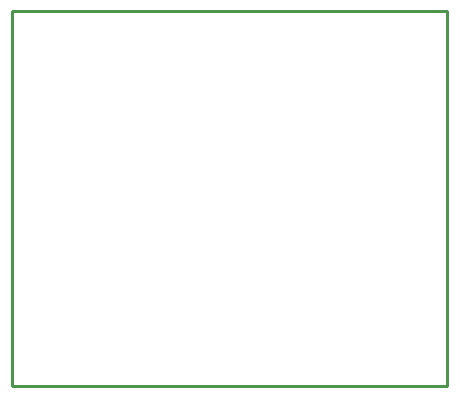
<source format=gm1>
%FSLAX25Y25*%
%MOIN*%
G70*
G01*
G75*
G04 Layer_Color=16711935*
%ADD10R,0.05906X0.05118*%
%ADD11R,0.04921X0.01181*%
%ADD12R,0.05118X0.05906*%
%ADD13R,0.08012X0.05906*%
%ADD14R,0.08661X0.05906*%
%ADD15C,0.03937*%
%ADD16C,0.01181*%
%ADD17C,0.05906*%
G04:AMPARAMS|DCode=18|XSize=59.06mil|YSize=59.06mil|CornerRadius=0mil|HoleSize=0mil|Usage=FLASHONLY|Rotation=270.000|XOffset=0mil|YOffset=0mil|HoleType=Round|Shape=Octagon|*
%AMOCTAGOND18*
4,1,8,-0.01476,-0.02953,0.01476,-0.02953,0.02953,-0.01476,0.02953,0.01476,0.01476,0.02953,-0.01476,0.02953,-0.02953,0.01476,-0.02953,-0.01476,-0.01476,-0.02953,0.0*
%
%ADD18OCTAGOND18*%

G04:AMPARAMS|DCode=19|XSize=59.06mil|YSize=59.06mil|CornerRadius=0mil|HoleSize=0mil|Usage=FLASHONLY|Rotation=180.000|XOffset=0mil|YOffset=0mil|HoleType=Round|Shape=Octagon|*
%AMOCTAGOND19*
4,1,8,-0.02953,0.01476,-0.02953,-0.01476,-0.01476,-0.02953,0.01476,-0.02953,0.02953,-0.01476,0.02953,0.01476,0.01476,0.02953,-0.01476,0.02953,-0.02953,0.01476,0.0*
%
%ADD19OCTAGOND19*%

%ADD20C,0.14961*%
%ADD21C,0.06299*%
%ADD22R,0.06299X0.06299*%
%ADD23C,0.02756*%
%ADD24C,0.03937*%
%ADD25C,0.05512*%
%ADD26C,0.01000*%
%ADD27C,0.00984*%
%ADD28C,0.00394*%
%ADD29C,0.00800*%
%ADD30C,0.00787*%
%ADD31C,0.00591*%
%ADD32R,0.04000X0.04000*%
%ADD33R,0.06496X0.05709*%
%ADD34R,0.05512X0.01772*%
%ADD35R,0.05709X0.06496*%
%ADD36R,0.08603X0.06496*%
%ADD37R,0.09252X0.06496*%
%ADD38C,0.06496*%
G04:AMPARAMS|DCode=39|XSize=64.96mil|YSize=64.96mil|CornerRadius=0mil|HoleSize=0mil|Usage=FLASHONLY|Rotation=270.000|XOffset=0mil|YOffset=0mil|HoleType=Round|Shape=Octagon|*
%AMOCTAGOND39*
4,1,8,-0.01624,-0.03248,0.01624,-0.03248,0.03248,-0.01624,0.03248,0.01624,0.01624,0.03248,-0.01624,0.03248,-0.03248,0.01624,-0.03248,-0.01624,-0.01624,-0.03248,0.0*
%
%ADD39OCTAGOND39*%

G04:AMPARAMS|DCode=40|XSize=64.96mil|YSize=64.96mil|CornerRadius=0mil|HoleSize=0mil|Usage=FLASHONLY|Rotation=180.000|XOffset=0mil|YOffset=0mil|HoleType=Round|Shape=Octagon|*
%AMOCTAGOND40*
4,1,8,-0.03248,0.01624,-0.03248,-0.01624,-0.01624,-0.03248,0.01624,-0.03248,0.03248,-0.01624,0.03248,0.01624,0.01624,0.03248,-0.01624,0.03248,-0.03248,0.01624,0.0*
%
%ADD40OCTAGOND40*%

%ADD41C,0.15551*%
%ADD42C,0.06890*%
%ADD43R,0.06890X0.06890*%
D26*
X50000Y50000D02*
X195000D01*
Y175000D01*
X50000D02*
X195000D01*
X50000Y50000D02*
Y175000D01*
M02*

</source>
